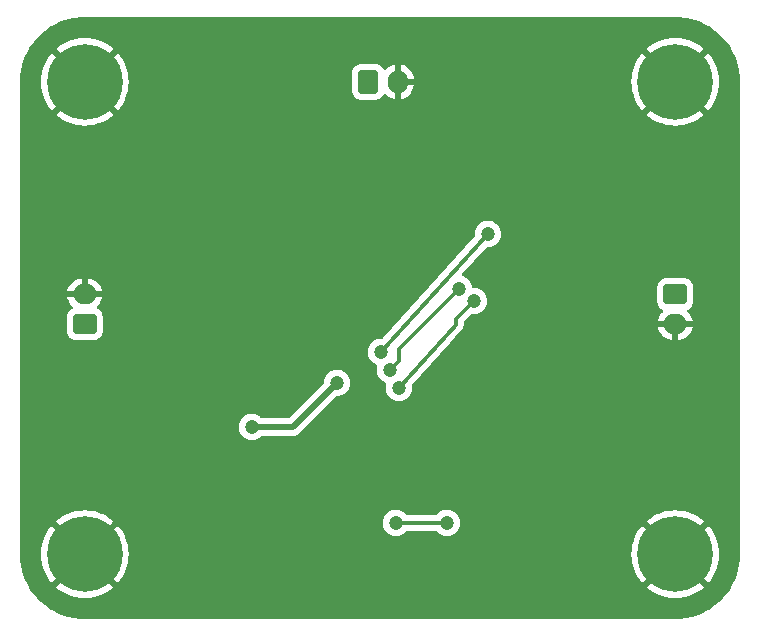
<source format=gbr>
%TF.GenerationSoftware,KiCad,Pcbnew,(6.0.11)*%
%TF.CreationDate,2023-02-16T17:01:17+01:00*%
%TF.ProjectId,uCKicad,75434b69-6361-4642-9e6b-696361645f70,rev?*%
%TF.SameCoordinates,Original*%
%TF.FileFunction,Copper,L2,Bot*%
%TF.FilePolarity,Positive*%
%FSLAX46Y46*%
G04 Gerber Fmt 4.6, Leading zero omitted, Abs format (unit mm)*
G04 Created by KiCad (PCBNEW (6.0.11)) date 2023-02-16 17:01:17*
%MOMM*%
%LPD*%
G01*
G04 APERTURE LIST*
G04 Aperture macros list*
%AMRoundRect*
0 Rectangle with rounded corners*
0 $1 Rounding radius*
0 $2 $3 $4 $5 $6 $7 $8 $9 X,Y pos of 4 corners*
0 Add a 4 corners polygon primitive as box body*
4,1,4,$2,$3,$4,$5,$6,$7,$8,$9,$2,$3,0*
0 Add four circle primitives for the rounded corners*
1,1,$1+$1,$2,$3*
1,1,$1+$1,$4,$5*
1,1,$1+$1,$6,$7*
1,1,$1+$1,$8,$9*
0 Add four rect primitives between the rounded corners*
20,1,$1+$1,$2,$3,$4,$5,0*
20,1,$1+$1,$4,$5,$6,$7,0*
20,1,$1+$1,$6,$7,$8,$9,0*
20,1,$1+$1,$8,$9,$2,$3,0*%
G04 Aperture macros list end*
%TA.AperFunction,ComponentPad*%
%ADD10C,6.400000*%
%TD*%
%TA.AperFunction,ComponentPad*%
%ADD11RoundRect,0.250000X-0.750000X0.600000X-0.750000X-0.600000X0.750000X-0.600000X0.750000X0.600000X0*%
%TD*%
%TA.AperFunction,ComponentPad*%
%ADD12O,2.000000X1.700000*%
%TD*%
%TA.AperFunction,ComponentPad*%
%ADD13RoundRect,0.250000X-0.600000X-0.750000X0.600000X-0.750000X0.600000X0.750000X-0.600000X0.750000X0*%
%TD*%
%TA.AperFunction,ComponentPad*%
%ADD14O,1.700000X2.000000*%
%TD*%
%TA.AperFunction,ComponentPad*%
%ADD15RoundRect,0.250000X0.750000X-0.600000X0.750000X0.600000X-0.750000X0.600000X-0.750000X-0.600000X0*%
%TD*%
%TA.AperFunction,ViaPad*%
%ADD16C,1.200000*%
%TD*%
%TA.AperFunction,Conductor*%
%ADD17C,0.300000*%
%TD*%
%TA.AperFunction,Conductor*%
%ADD18C,0.500000*%
%TD*%
G04 APERTURE END LIST*
D10*
%TO.P,H1,1,1*%
%TO.N,GND*%
X90000000Y-80000000D03*
%TD*%
D11*
%TO.P,J3,1,Pin_1*%
%TO.N,DAC_OUT*%
X140000000Y-98000000D03*
D12*
%TO.P,J3,2,Pin_2*%
%TO.N,GND*%
X140000000Y-100500000D03*
%TD*%
D10*
%TO.P,H4,1,1*%
%TO.N,GND*%
X140000000Y-80000000D03*
%TD*%
D13*
%TO.P,J4,1,Pin_1*%
%TO.N,+5V*%
X114000000Y-80000000D03*
D14*
%TO.P,J4,2,Pin_2*%
%TO.N,GND*%
X116500000Y-80000000D03*
%TD*%
D15*
%TO.P,J2,1,Pin_1*%
%TO.N,ADC_IN1*%
X90000000Y-100500000D03*
D12*
%TO.P,J2,2,Pin_2*%
%TO.N,GND*%
X90000000Y-98000000D03*
%TD*%
D10*
%TO.P,H2,1,1*%
%TO.N,GND*%
X90000000Y-120000000D03*
%TD*%
%TO.P,H3,1,1*%
%TO.N,GND*%
X140000000Y-120000000D03*
%TD*%
D16*
%TO.N,GND*%
X105410000Y-100584000D03*
X128270000Y-102108000D03*
%TO.N,ADC_IN1*%
X111353102Y-105479873D03*
X104140000Y-109220000D03*
%TO.N,USART2_RX*%
X115824000Y-104394000D03*
X121666000Y-97536000D03*
%TO.N,USART2_TX*%
X122936000Y-98552000D03*
X116586000Y-105918000D03*
%TO.N,NRST*%
X115062000Y-102870000D03*
X124128000Y-92886000D03*
%TO.N,DAC_OUT*%
X116332000Y-117348000D03*
X120650000Y-117348000D03*
%TD*%
D17*
%TO.N,USART2_RX*%
X121666000Y-97536000D02*
X116586000Y-102616000D01*
X116586000Y-102616000D02*
X116586000Y-103632000D01*
X116586000Y-103632000D02*
X115824000Y-104394000D01*
%TO.N,USART2_TX*%
X116586000Y-105918000D02*
X121412000Y-100584000D01*
X121412000Y-100584000D02*
X121412000Y-100076000D01*
X121412000Y-100076000D02*
X122936000Y-98552000D01*
%TO.N,NRST*%
X124128000Y-92886000D02*
X115062000Y-102870000D01*
D18*
%TO.N,ADC_IN1*%
X104140000Y-109220000D02*
X107612975Y-109220000D01*
X107612975Y-109220000D02*
X111353102Y-105479873D01*
D17*
%TO.N,DAC_OUT*%
X120650000Y-117348000D02*
X116332000Y-117348000D01*
%TD*%
%TA.AperFunction,Conductor*%
%TO.N,GND*%
G36*
X139970018Y-74510000D02*
G01*
X139984851Y-74512310D01*
X139984855Y-74512310D01*
X139993724Y-74513691D01*
X140014664Y-74510953D01*
X140036202Y-74509997D01*
X140224026Y-74517766D01*
X140448278Y-74527041D01*
X140458656Y-74527901D01*
X140734674Y-74562307D01*
X140898702Y-74582753D01*
X140908967Y-74584465D01*
X141072054Y-74618661D01*
X141342976Y-74675467D01*
X141353072Y-74678023D01*
X141778101Y-74804561D01*
X141787938Y-74807938D01*
X142201081Y-74969147D01*
X142210581Y-74973314D01*
X142608983Y-75168081D01*
X142618141Y-75173037D01*
X142999085Y-75400030D01*
X143007804Y-75405726D01*
X143368705Y-75663405D01*
X143376923Y-75669801D01*
X143715326Y-75956413D01*
X143722987Y-75963467D01*
X144036533Y-76277013D01*
X144043587Y-76284674D01*
X144330199Y-76623077D01*
X144336595Y-76631295D01*
X144594274Y-76992196D01*
X144599970Y-77000915D01*
X144826963Y-77381859D01*
X144831918Y-77391015D01*
X144921391Y-77574034D01*
X145026682Y-77789411D01*
X145030853Y-77798919D01*
X145192062Y-78212062D01*
X145195439Y-78221899D01*
X145321977Y-78646928D01*
X145324533Y-78657024D01*
X145391729Y-78977496D01*
X145415534Y-79091030D01*
X145417248Y-79101302D01*
X145472099Y-79541344D01*
X145472959Y-79551722D01*
X145489694Y-79956335D01*
X145488302Y-79980920D01*
X145486309Y-79993724D01*
X145487473Y-80002626D01*
X145487473Y-80002628D01*
X145490436Y-80025283D01*
X145491500Y-80041621D01*
X145491500Y-119950633D01*
X145490000Y-119970018D01*
X145487690Y-119984851D01*
X145487690Y-119984855D01*
X145486309Y-119993724D01*
X145489047Y-120014659D01*
X145490003Y-120036205D01*
X145472959Y-120448278D01*
X145472099Y-120458656D01*
X145417248Y-120898698D01*
X145415534Y-120908970D01*
X145324533Y-121342976D01*
X145321977Y-121353072D01*
X145195439Y-121778101D01*
X145192062Y-121787938D01*
X145030853Y-122201081D01*
X145026686Y-122210581D01*
X144918323Y-122432241D01*
X144831919Y-122608983D01*
X144826963Y-122618141D01*
X144599970Y-122999085D01*
X144594274Y-123007804D01*
X144336595Y-123368705D01*
X144330199Y-123376923D01*
X144043587Y-123715326D01*
X144036533Y-123722987D01*
X143722987Y-124036533D01*
X143715326Y-124043587D01*
X143376923Y-124330199D01*
X143368705Y-124336595D01*
X143007804Y-124594274D01*
X142999085Y-124599970D01*
X142618141Y-124826963D01*
X142608985Y-124831918D01*
X142210581Y-125026686D01*
X142201081Y-125030853D01*
X141787938Y-125192062D01*
X141778101Y-125195439D01*
X141353072Y-125321977D01*
X141342975Y-125324533D01*
X140908967Y-125415535D01*
X140898702Y-125417247D01*
X140734674Y-125437693D01*
X140458656Y-125472099D01*
X140448278Y-125472959D01*
X140270676Y-125480305D01*
X140043661Y-125489694D01*
X140019080Y-125488302D01*
X140006276Y-125486309D01*
X139997374Y-125487473D01*
X139997372Y-125487473D01*
X139982323Y-125489441D01*
X139974714Y-125490436D01*
X139958379Y-125491500D01*
X90049367Y-125491500D01*
X90029982Y-125490000D01*
X90015149Y-125487690D01*
X90015145Y-125487690D01*
X90006276Y-125486309D01*
X89985336Y-125489047D01*
X89963798Y-125490003D01*
X89775974Y-125482234D01*
X89551722Y-125472959D01*
X89541344Y-125472099D01*
X89265326Y-125437693D01*
X89101298Y-125417247D01*
X89091033Y-125415535D01*
X88657025Y-125324533D01*
X88646928Y-125321977D01*
X88221899Y-125195439D01*
X88212062Y-125192062D01*
X87798919Y-125030853D01*
X87789419Y-125026686D01*
X87391015Y-124831918D01*
X87381859Y-124826963D01*
X87000915Y-124599970D01*
X86992196Y-124594274D01*
X86631295Y-124336595D01*
X86623077Y-124330199D01*
X86284674Y-124043587D01*
X86277013Y-124036533D01*
X85963467Y-123722987D01*
X85956413Y-123715326D01*
X85669801Y-123376923D01*
X85663405Y-123368705D01*
X85405726Y-123007804D01*
X85400030Y-122999085D01*
X85279844Y-122797386D01*
X87567759Y-122797386D01*
X87575216Y-122807753D01*
X87814935Y-123001874D01*
X87820272Y-123005751D01*
X88140685Y-123213830D01*
X88146394Y-123217127D01*
X88486811Y-123390578D01*
X88492836Y-123393260D01*
X88849502Y-123530171D01*
X88855784Y-123532212D01*
X89224816Y-123631094D01*
X89231266Y-123632465D01*
X89608629Y-123692234D01*
X89615167Y-123692920D01*
X89996699Y-123712916D01*
X90003301Y-123712916D01*
X90384833Y-123692920D01*
X90391371Y-123692234D01*
X90768734Y-123632465D01*
X90775184Y-123631094D01*
X91144216Y-123532212D01*
X91150498Y-123530171D01*
X91507164Y-123393260D01*
X91513189Y-123390578D01*
X91853606Y-123217127D01*
X91859315Y-123213830D01*
X92179728Y-123005751D01*
X92185065Y-123001874D01*
X92423835Y-122808522D01*
X92431527Y-122797386D01*
X137567759Y-122797386D01*
X137575216Y-122807753D01*
X137814935Y-123001874D01*
X137820272Y-123005751D01*
X138140685Y-123213830D01*
X138146394Y-123217127D01*
X138486811Y-123390578D01*
X138492836Y-123393260D01*
X138849502Y-123530171D01*
X138855784Y-123532212D01*
X139224816Y-123631094D01*
X139231266Y-123632465D01*
X139608629Y-123692234D01*
X139615167Y-123692920D01*
X139996699Y-123712916D01*
X140003301Y-123712916D01*
X140384833Y-123692920D01*
X140391371Y-123692234D01*
X140768734Y-123632465D01*
X140775184Y-123631094D01*
X141144216Y-123532212D01*
X141150498Y-123530171D01*
X141507164Y-123393260D01*
X141513189Y-123390578D01*
X141853606Y-123217127D01*
X141859315Y-123213830D01*
X142179728Y-123005751D01*
X142185065Y-123001874D01*
X142423835Y-122808522D01*
X142432300Y-122796267D01*
X142425966Y-122785176D01*
X140012812Y-120372022D01*
X139998868Y-120364408D01*
X139997035Y-120364539D01*
X139990420Y-120368790D01*
X137574900Y-122784310D01*
X137567759Y-122797386D01*
X92431527Y-122797386D01*
X92432300Y-122796267D01*
X92425966Y-122785176D01*
X90012812Y-120372022D01*
X89998868Y-120364408D01*
X89997035Y-120364539D01*
X89990420Y-120368790D01*
X87574900Y-122784310D01*
X87567759Y-122797386D01*
X85279844Y-122797386D01*
X85173037Y-122618141D01*
X85168081Y-122608983D01*
X85081677Y-122432241D01*
X84973314Y-122210581D01*
X84969147Y-122201081D01*
X84807938Y-121787938D01*
X84804561Y-121778101D01*
X84678023Y-121353072D01*
X84675467Y-121342976D01*
X84584466Y-120908970D01*
X84582752Y-120898698D01*
X84527901Y-120458656D01*
X84527041Y-120448278D01*
X84510462Y-120047439D01*
X84512100Y-120021329D01*
X84512769Y-120017351D01*
X84512770Y-120017345D01*
X84513576Y-120012552D01*
X84513689Y-120003301D01*
X86287084Y-120003301D01*
X86307080Y-120384833D01*
X86307766Y-120391371D01*
X86367535Y-120768734D01*
X86368906Y-120775184D01*
X86467788Y-121144216D01*
X86469829Y-121150498D01*
X86606740Y-121507164D01*
X86609422Y-121513189D01*
X86782872Y-121853603D01*
X86786169Y-121859313D01*
X86994253Y-122179735D01*
X86998123Y-122185061D01*
X87191478Y-122423835D01*
X87203733Y-122432300D01*
X87214824Y-122425966D01*
X89627978Y-120012812D01*
X89634356Y-120001132D01*
X90364408Y-120001132D01*
X90364539Y-120002965D01*
X90368790Y-120009580D01*
X92784310Y-122425100D01*
X92797386Y-122432241D01*
X92807753Y-122424784D01*
X93001877Y-122185061D01*
X93005747Y-122179735D01*
X93213831Y-121859313D01*
X93217128Y-121853603D01*
X93390578Y-121513189D01*
X93393260Y-121507164D01*
X93530171Y-121150498D01*
X93532212Y-121144216D01*
X93631094Y-120775184D01*
X93632465Y-120768734D01*
X93692234Y-120391371D01*
X93692920Y-120384833D01*
X93712916Y-120003301D01*
X136287084Y-120003301D01*
X136307080Y-120384833D01*
X136307766Y-120391371D01*
X136367535Y-120768734D01*
X136368906Y-120775184D01*
X136467788Y-121144216D01*
X136469829Y-121150498D01*
X136606740Y-121507164D01*
X136609422Y-121513189D01*
X136782872Y-121853603D01*
X136786169Y-121859313D01*
X136994253Y-122179735D01*
X136998123Y-122185061D01*
X137191478Y-122423835D01*
X137203733Y-122432300D01*
X137214824Y-122425966D01*
X139627978Y-120012812D01*
X139634356Y-120001132D01*
X140364408Y-120001132D01*
X140364539Y-120002965D01*
X140368790Y-120009580D01*
X142784310Y-122425100D01*
X142797386Y-122432241D01*
X142807753Y-122424784D01*
X143001877Y-122185061D01*
X143005747Y-122179735D01*
X143213831Y-121859313D01*
X143217128Y-121853603D01*
X143390578Y-121513189D01*
X143393260Y-121507164D01*
X143530171Y-121150498D01*
X143532212Y-121144216D01*
X143631094Y-120775184D01*
X143632465Y-120768734D01*
X143692234Y-120391371D01*
X143692920Y-120384833D01*
X143712916Y-120003301D01*
X143712916Y-119996699D01*
X143692920Y-119615167D01*
X143692234Y-119608629D01*
X143632465Y-119231266D01*
X143631094Y-119224816D01*
X143532212Y-118855784D01*
X143530171Y-118849502D01*
X143393260Y-118492836D01*
X143390578Y-118486811D01*
X143217128Y-118146397D01*
X143213831Y-118140687D01*
X143005747Y-117820265D01*
X143001877Y-117814939D01*
X142808522Y-117576165D01*
X142796267Y-117567700D01*
X142785176Y-117574034D01*
X140372022Y-119987188D01*
X140364408Y-120001132D01*
X139634356Y-120001132D01*
X139635592Y-119998868D01*
X139635461Y-119997035D01*
X139631210Y-119990420D01*
X137215690Y-117574900D01*
X137202614Y-117567759D01*
X137192247Y-117575216D01*
X136998123Y-117814939D01*
X136994253Y-117820265D01*
X136786169Y-118140687D01*
X136782872Y-118146397D01*
X136609422Y-118486811D01*
X136606740Y-118492836D01*
X136469829Y-118849502D01*
X136467788Y-118855784D01*
X136368906Y-119224816D01*
X136367535Y-119231266D01*
X136307766Y-119608629D01*
X136307080Y-119615167D01*
X136287084Y-119996699D01*
X136287084Y-120003301D01*
X93712916Y-120003301D01*
X93712916Y-119996699D01*
X93692920Y-119615167D01*
X93692234Y-119608629D01*
X93632465Y-119231266D01*
X93631094Y-119224816D01*
X93532212Y-118855784D01*
X93530171Y-118849502D01*
X93393260Y-118492836D01*
X93390578Y-118486811D01*
X93217128Y-118146397D01*
X93213831Y-118140687D01*
X93005747Y-117820265D01*
X93001877Y-117814939D01*
X92808522Y-117576165D01*
X92796267Y-117567700D01*
X92785176Y-117574034D01*
X90372022Y-119987188D01*
X90364408Y-120001132D01*
X89634356Y-120001132D01*
X89635592Y-119998868D01*
X89635461Y-119997035D01*
X89631210Y-119990420D01*
X87215690Y-117574900D01*
X87202614Y-117567759D01*
X87192247Y-117575216D01*
X86998123Y-117814939D01*
X86994253Y-117820265D01*
X86786169Y-118140687D01*
X86782872Y-118146397D01*
X86609422Y-118486811D01*
X86606740Y-118492836D01*
X86469829Y-118849502D01*
X86467788Y-118855784D01*
X86368906Y-119224816D01*
X86367535Y-119231266D01*
X86307766Y-119608629D01*
X86307080Y-119615167D01*
X86287084Y-119996699D01*
X86287084Y-120003301D01*
X84513689Y-120003301D01*
X84513729Y-120000000D01*
X84509773Y-119972376D01*
X84508500Y-119954514D01*
X84508500Y-117203733D01*
X87567700Y-117203733D01*
X87574034Y-117214824D01*
X89987188Y-119627978D01*
X90001132Y-119635592D01*
X90002965Y-119635461D01*
X90009580Y-119631210D01*
X92321931Y-117318859D01*
X115219132Y-117318859D01*
X115232457Y-117522151D01*
X115282605Y-117719610D01*
X115367898Y-117904624D01*
X115485479Y-118070997D01*
X115631410Y-118213157D01*
X115636206Y-118216362D01*
X115636209Y-118216364D01*
X115704149Y-118261760D01*
X115800803Y-118326342D01*
X115806106Y-118328620D01*
X115806109Y-118328622D01*
X115895115Y-118366862D01*
X115987987Y-118406763D01*
X116060817Y-118423243D01*
X116181055Y-118450450D01*
X116181060Y-118450451D01*
X116186692Y-118451725D01*
X116192463Y-118451952D01*
X116192465Y-118451952D01*
X116255470Y-118454427D01*
X116390263Y-118459723D01*
X116591883Y-118430490D01*
X116597347Y-118428635D01*
X116597352Y-118428634D01*
X116779327Y-118366862D01*
X116779332Y-118366860D01*
X116784799Y-118365004D01*
X116962551Y-118265458D01*
X117119186Y-118135186D01*
X117188429Y-118051930D01*
X117247365Y-118012347D01*
X117285302Y-118006500D01*
X119692655Y-118006500D01*
X119760776Y-118026502D01*
X119795551Y-118059779D01*
X119803479Y-118070997D01*
X119949410Y-118213157D01*
X119954206Y-118216362D01*
X119954209Y-118216364D01*
X120022149Y-118261760D01*
X120118803Y-118326342D01*
X120124106Y-118328620D01*
X120124109Y-118328622D01*
X120213115Y-118366862D01*
X120305987Y-118406763D01*
X120378817Y-118423243D01*
X120499055Y-118450450D01*
X120499060Y-118450451D01*
X120504692Y-118451725D01*
X120510463Y-118451952D01*
X120510465Y-118451952D01*
X120573470Y-118454427D01*
X120708263Y-118459723D01*
X120909883Y-118430490D01*
X120915347Y-118428635D01*
X120915352Y-118428634D01*
X121097327Y-118366862D01*
X121097332Y-118366860D01*
X121102799Y-118365004D01*
X121280551Y-118265458D01*
X121437186Y-118135186D01*
X121567458Y-117978551D01*
X121667004Y-117800799D01*
X121668860Y-117795332D01*
X121668862Y-117795327D01*
X121730634Y-117613352D01*
X121730635Y-117613347D01*
X121732490Y-117607883D01*
X121761723Y-117406263D01*
X121763249Y-117348000D01*
X121749993Y-117203733D01*
X137567700Y-117203733D01*
X137574034Y-117214824D01*
X139987188Y-119627978D01*
X140001132Y-119635592D01*
X140002965Y-119635461D01*
X140009580Y-119631210D01*
X142425100Y-117215690D01*
X142432241Y-117202614D01*
X142424784Y-117192247D01*
X142185065Y-116998126D01*
X142179728Y-116994249D01*
X141859315Y-116786170D01*
X141853606Y-116782873D01*
X141513189Y-116609422D01*
X141507164Y-116606740D01*
X141150498Y-116469829D01*
X141144216Y-116467788D01*
X140775184Y-116368906D01*
X140768734Y-116367535D01*
X140391371Y-116307766D01*
X140384833Y-116307080D01*
X140003301Y-116287084D01*
X139996699Y-116287084D01*
X139615167Y-116307080D01*
X139608629Y-116307766D01*
X139231266Y-116367535D01*
X139224816Y-116368906D01*
X138855784Y-116467788D01*
X138849502Y-116469829D01*
X138492836Y-116606740D01*
X138486811Y-116609422D01*
X138146397Y-116782872D01*
X138140687Y-116786169D01*
X137820265Y-116994253D01*
X137814939Y-116998123D01*
X137576165Y-117191478D01*
X137567700Y-117203733D01*
X121749993Y-117203733D01*
X121744608Y-117145126D01*
X121689307Y-116949047D01*
X121678680Y-116927496D01*
X121601756Y-116771510D01*
X121599201Y-116766329D01*
X121580796Y-116741681D01*
X121480758Y-116607715D01*
X121480758Y-116607714D01*
X121477305Y-116603091D01*
X121387646Y-116520211D01*
X121331943Y-116468719D01*
X121331940Y-116468717D01*
X121327703Y-116464800D01*
X121281675Y-116435759D01*
X121160288Y-116359169D01*
X121160283Y-116359167D01*
X121155404Y-116356088D01*
X120966180Y-116280595D01*
X120766366Y-116240849D01*
X120760592Y-116240773D01*
X120760588Y-116240773D01*
X120657452Y-116239424D01*
X120562655Y-116238183D01*
X120556958Y-116239162D01*
X120556957Y-116239162D01*
X120367567Y-116271705D01*
X120361870Y-116272684D01*
X120170734Y-116343198D01*
X119995649Y-116447363D01*
X119842478Y-116581690D01*
X119821962Y-116607715D01*
X119795323Y-116641506D01*
X119737442Y-116682619D01*
X119696373Y-116689500D01*
X117286995Y-116689500D01*
X117218874Y-116669498D01*
X117186038Y-116638890D01*
X117173592Y-116622223D01*
X117159305Y-116603091D01*
X117069646Y-116520211D01*
X117013943Y-116468719D01*
X117013940Y-116468717D01*
X117009703Y-116464800D01*
X116963675Y-116435759D01*
X116842288Y-116359169D01*
X116842283Y-116359167D01*
X116837404Y-116356088D01*
X116648180Y-116280595D01*
X116448366Y-116240849D01*
X116442592Y-116240773D01*
X116442588Y-116240773D01*
X116339452Y-116239424D01*
X116244655Y-116238183D01*
X116238958Y-116239162D01*
X116238957Y-116239162D01*
X116049567Y-116271705D01*
X116043870Y-116272684D01*
X115852734Y-116343198D01*
X115677649Y-116447363D01*
X115524478Y-116581690D01*
X115520911Y-116586215D01*
X115520906Y-116586220D01*
X115444912Y-116682619D01*
X115398351Y-116741681D01*
X115395662Y-116746792D01*
X115395660Y-116746795D01*
X115374944Y-116786170D01*
X115303492Y-116921978D01*
X115243078Y-117116543D01*
X115219132Y-117318859D01*
X92321931Y-117318859D01*
X92425100Y-117215690D01*
X92432241Y-117202614D01*
X92424784Y-117192247D01*
X92185065Y-116998126D01*
X92179728Y-116994249D01*
X91859315Y-116786170D01*
X91853606Y-116782873D01*
X91513189Y-116609422D01*
X91507164Y-116606740D01*
X91150498Y-116469829D01*
X91144216Y-116467788D01*
X90775184Y-116368906D01*
X90768734Y-116367535D01*
X90391371Y-116307766D01*
X90384833Y-116307080D01*
X90003301Y-116287084D01*
X89996699Y-116287084D01*
X89615167Y-116307080D01*
X89608629Y-116307766D01*
X89231266Y-116367535D01*
X89224816Y-116368906D01*
X88855784Y-116467788D01*
X88849502Y-116469829D01*
X88492836Y-116606740D01*
X88486811Y-116609422D01*
X88146397Y-116782872D01*
X88140687Y-116786169D01*
X87820265Y-116994253D01*
X87814939Y-116998123D01*
X87576165Y-117191478D01*
X87567700Y-117203733D01*
X84508500Y-117203733D01*
X84508500Y-109190859D01*
X103027132Y-109190859D01*
X103040457Y-109394151D01*
X103090605Y-109591610D01*
X103175898Y-109776624D01*
X103293479Y-109942997D01*
X103439410Y-110085157D01*
X103444206Y-110088362D01*
X103444209Y-110088364D01*
X103512149Y-110133760D01*
X103608803Y-110198342D01*
X103614106Y-110200620D01*
X103614109Y-110200622D01*
X103703115Y-110238862D01*
X103795987Y-110278763D01*
X103868817Y-110295243D01*
X103989055Y-110322450D01*
X103989060Y-110322451D01*
X103994692Y-110323725D01*
X104000463Y-110323952D01*
X104000465Y-110323952D01*
X104063470Y-110326427D01*
X104198263Y-110331723D01*
X104399883Y-110302490D01*
X104405347Y-110300635D01*
X104405352Y-110300634D01*
X104587327Y-110238862D01*
X104587332Y-110238860D01*
X104592799Y-110237004D01*
X104770551Y-110137458D01*
X104926657Y-110007626D01*
X104991821Y-109979445D01*
X105007226Y-109978500D01*
X107545905Y-109978500D01*
X107564855Y-109979933D01*
X107579090Y-109982099D01*
X107579094Y-109982099D01*
X107586324Y-109983199D01*
X107593616Y-109982606D01*
X107593619Y-109982606D01*
X107638993Y-109978915D01*
X107649208Y-109978500D01*
X107657268Y-109978500D01*
X107670558Y-109976951D01*
X107685482Y-109975211D01*
X107689857Y-109974778D01*
X107755314Y-109969454D01*
X107755317Y-109969453D01*
X107762612Y-109968860D01*
X107769576Y-109966604D01*
X107775535Y-109965413D01*
X107781390Y-109964029D01*
X107788656Y-109963182D01*
X107857302Y-109938265D01*
X107861430Y-109936848D01*
X107923911Y-109916607D01*
X107923913Y-109916606D01*
X107930874Y-109914351D01*
X107937129Y-109910555D01*
X107942603Y-109908049D01*
X107948033Y-109905330D01*
X107954912Y-109902833D01*
X108015951Y-109862814D01*
X108019655Y-109860477D01*
X108082082Y-109822595D01*
X108090459Y-109815197D01*
X108090483Y-109815224D01*
X108093475Y-109812571D01*
X108096708Y-109809868D01*
X108102827Y-109805856D01*
X108156103Y-109749617D01*
X108158481Y-109747175D01*
X111278767Y-106626889D01*
X111341079Y-106592863D01*
X111372806Y-106590081D01*
X111411365Y-106591596D01*
X111612985Y-106562363D01*
X111618449Y-106560508D01*
X111618454Y-106560507D01*
X111800429Y-106498735D01*
X111800434Y-106498733D01*
X111805901Y-106496877D01*
X111983653Y-106397331D01*
X112140288Y-106267059D01*
X112270560Y-106110424D01*
X112345694Y-105976263D01*
X112367282Y-105937715D01*
X112367283Y-105937713D01*
X112370106Y-105932672D01*
X112371962Y-105927205D01*
X112371964Y-105927200D01*
X112433736Y-105745225D01*
X112433737Y-105745220D01*
X112435592Y-105739756D01*
X112464825Y-105538136D01*
X112466351Y-105479873D01*
X112447710Y-105276999D01*
X112446142Y-105271439D01*
X112393977Y-105086479D01*
X112393976Y-105086477D01*
X112392409Y-105080920D01*
X112381782Y-105059369D01*
X112304858Y-104903383D01*
X112302303Y-104898202D01*
X112283898Y-104873554D01*
X112183860Y-104739588D01*
X112183860Y-104739587D01*
X112180407Y-104734964D01*
X112030805Y-104596673D01*
X111976458Y-104562383D01*
X111863390Y-104491042D01*
X111863385Y-104491040D01*
X111858506Y-104487961D01*
X111669282Y-104412468D01*
X111469468Y-104372722D01*
X111463694Y-104372646D01*
X111463690Y-104372646D01*
X111360554Y-104371297D01*
X111265757Y-104370056D01*
X111260060Y-104371035D01*
X111260059Y-104371035D01*
X111126410Y-104394000D01*
X111064972Y-104404557D01*
X110873836Y-104475071D01*
X110698751Y-104579236D01*
X110545580Y-104713563D01*
X110542013Y-104718088D01*
X110542008Y-104718093D01*
X110455433Y-104827913D01*
X110419453Y-104873554D01*
X110324594Y-105053851D01*
X110264180Y-105248416D01*
X110240234Y-105450732D01*
X110240764Y-105458824D01*
X110240523Y-105459904D01*
X110240461Y-105462269D01*
X110239997Y-105462257D01*
X110225265Y-105528106D01*
X110204130Y-105556164D01*
X107335699Y-108424595D01*
X107273387Y-108458621D01*
X107246604Y-108461500D01*
X105001917Y-108461500D01*
X104933796Y-108441498D01*
X104916388Y-108428024D01*
X104821948Y-108340724D01*
X104817703Y-108336800D01*
X104740179Y-108287886D01*
X104650288Y-108231169D01*
X104650283Y-108231167D01*
X104645404Y-108228088D01*
X104456180Y-108152595D01*
X104256366Y-108112849D01*
X104250592Y-108112773D01*
X104250588Y-108112773D01*
X104147452Y-108111424D01*
X104052655Y-108110183D01*
X104046958Y-108111162D01*
X104046957Y-108111162D01*
X103857567Y-108143705D01*
X103851870Y-108144684D01*
X103660734Y-108215198D01*
X103485649Y-108319363D01*
X103332478Y-108453690D01*
X103328911Y-108458215D01*
X103328906Y-108458220D01*
X103242331Y-108568040D01*
X103206351Y-108613681D01*
X103111492Y-108793978D01*
X103051078Y-108988543D01*
X103027132Y-109190859D01*
X84508500Y-109190859D01*
X84508500Y-102840859D01*
X113949132Y-102840859D01*
X113962457Y-103044151D01*
X114012605Y-103241610D01*
X114097898Y-103426624D01*
X114215479Y-103592997D01*
X114361410Y-103735157D01*
X114366206Y-103738362D01*
X114366209Y-103738364D01*
X114472440Y-103809345D01*
X114530803Y-103848342D01*
X114536106Y-103850620D01*
X114536109Y-103850622D01*
X114692875Y-103917974D01*
X114747568Y-103963242D01*
X114769105Y-104030894D01*
X114763469Y-104071106D01*
X114736793Y-104157016D01*
X114736790Y-104157028D01*
X114735078Y-104162543D01*
X114711132Y-104364859D01*
X114724457Y-104568151D01*
X114774605Y-104765610D01*
X114859898Y-104950624D01*
X114977479Y-105116997D01*
X115123410Y-105259157D01*
X115128206Y-105262362D01*
X115128209Y-105262364D01*
X115266264Y-105354609D01*
X115292803Y-105372342D01*
X115298106Y-105374620D01*
X115298109Y-105374622D01*
X115454875Y-105441974D01*
X115509568Y-105487242D01*
X115531105Y-105554894D01*
X115525469Y-105595106D01*
X115498793Y-105681016D01*
X115498790Y-105681028D01*
X115497078Y-105686543D01*
X115473132Y-105888859D01*
X115486457Y-106092151D01*
X115536605Y-106289610D01*
X115621898Y-106474624D01*
X115739479Y-106640997D01*
X115885410Y-106783157D01*
X115890206Y-106786362D01*
X115890209Y-106786364D01*
X115958149Y-106831760D01*
X116054803Y-106896342D01*
X116060106Y-106898620D01*
X116060109Y-106898622D01*
X116149115Y-106936862D01*
X116241987Y-106976763D01*
X116314817Y-106993243D01*
X116435055Y-107020450D01*
X116435060Y-107020451D01*
X116440692Y-107021725D01*
X116446463Y-107021952D01*
X116446465Y-107021952D01*
X116509470Y-107024427D01*
X116644263Y-107029723D01*
X116845883Y-107000490D01*
X116851347Y-106998635D01*
X116851352Y-106998634D01*
X117033327Y-106936862D01*
X117033332Y-106936860D01*
X117038799Y-106935004D01*
X117216551Y-106835458D01*
X117373186Y-106705186D01*
X117503458Y-106548551D01*
X117603004Y-106370799D01*
X117604860Y-106365332D01*
X117604862Y-106365327D01*
X117666634Y-106183352D01*
X117666635Y-106183347D01*
X117668490Y-106177883D01*
X117697723Y-105976263D01*
X117699249Y-105918000D01*
X117683544Y-105747076D01*
X117697229Y-105677411D01*
X117715582Y-105651012D01*
X120928507Y-102099885D01*
X121895419Y-101031194D01*
X121896986Y-101029493D01*
X121943547Y-100979910D01*
X121948972Y-100974133D01*
X121968782Y-100938099D01*
X121975906Y-100926640D01*
X121994925Y-100899416D01*
X121994928Y-100899409D01*
X121999464Y-100892917D01*
X122002245Y-100885494D01*
X122008773Y-100868071D01*
X122016349Y-100851576D01*
X122025306Y-100835283D01*
X122025308Y-100835279D01*
X122029124Y-100828337D01*
X122039352Y-100788504D01*
X122043400Y-100775640D01*
X122046045Y-100768580D01*
X138518752Y-100768580D01*
X138543477Y-100886421D01*
X138546537Y-100896617D01*
X138627263Y-101101029D01*
X138631994Y-101110561D01*
X138746016Y-101298462D01*
X138752280Y-101307052D01*
X138896327Y-101473052D01*
X138903958Y-101480472D01*
X139073911Y-101619826D01*
X139082678Y-101625850D01*
X139273682Y-101734576D01*
X139283346Y-101739041D01*
X139489941Y-101814031D01*
X139500208Y-101816802D01*
X139717655Y-101856123D01*
X139725884Y-101857056D01*
X139730376Y-101857268D01*
X139743124Y-101853525D01*
X139744329Y-101852135D01*
X139746000Y-101844452D01*
X139746000Y-101835970D01*
X140254000Y-101835970D01*
X140258310Y-101850648D01*
X140270193Y-101852711D01*
X140374325Y-101843876D01*
X140384797Y-101842086D01*
X140597535Y-101786870D01*
X140607575Y-101783335D01*
X140807970Y-101693063D01*
X140817256Y-101687894D01*
X140999575Y-101565150D01*
X141007870Y-101558481D01*
X141166900Y-101406772D01*
X141173941Y-101398814D01*
X141305141Y-101222475D01*
X141310745Y-101213438D01*
X141410357Y-101017516D01*
X141414357Y-101007665D01*
X141479534Y-100797760D01*
X141481817Y-100787376D01*
X141483861Y-100771957D01*
X141481665Y-100757793D01*
X141468478Y-100754000D01*
X140272115Y-100754000D01*
X140256876Y-100758475D01*
X140255671Y-100759865D01*
X140254000Y-100767548D01*
X140254000Y-101835970D01*
X139746000Y-101835970D01*
X139746000Y-100772115D01*
X139741525Y-100756876D01*
X139740135Y-100755671D01*
X139732452Y-100754000D01*
X138533808Y-100754000D01*
X138520277Y-100757973D01*
X138518752Y-100768580D01*
X122046045Y-100768580D01*
X122057832Y-100737116D01*
X122060668Y-100710738D01*
X122063905Y-100692871D01*
X122068529Y-100674863D01*
X122070500Y-100667188D01*
X122070500Y-100626064D01*
X122071222Y-100612593D01*
X122074773Y-100579571D01*
X122074773Y-100579570D01*
X122075620Y-100571693D01*
X122071808Y-100545443D01*
X122070500Y-100527335D01*
X122070500Y-100400950D01*
X122090502Y-100332829D01*
X122107405Y-100311855D01*
X122725590Y-99693670D01*
X122787902Y-99659644D01*
X122819632Y-99656862D01*
X122994263Y-99663723D01*
X123195883Y-99634490D01*
X123201347Y-99632635D01*
X123201352Y-99632634D01*
X123383327Y-99570862D01*
X123383332Y-99570860D01*
X123388799Y-99569004D01*
X123396692Y-99564584D01*
X123552512Y-99477320D01*
X123566551Y-99469458D01*
X123723186Y-99339186D01*
X123853458Y-99182551D01*
X123953004Y-99004799D01*
X123954860Y-98999332D01*
X123954862Y-98999327D01*
X124016634Y-98817352D01*
X124016635Y-98817347D01*
X124018490Y-98811883D01*
X124041904Y-98650400D01*
X138491500Y-98650400D01*
X138491837Y-98653646D01*
X138491837Y-98653650D01*
X138498041Y-98713438D01*
X138502474Y-98756166D01*
X138558450Y-98923946D01*
X138651522Y-99074348D01*
X138776697Y-99199305D01*
X138782927Y-99203145D01*
X138782928Y-99203146D01*
X138795621Y-99210970D01*
X138922258Y-99289030D01*
X138922780Y-99289352D01*
X138970273Y-99342124D01*
X138981697Y-99412196D01*
X138953423Y-99477320D01*
X138943636Y-99487782D01*
X138833094Y-99593234D01*
X138826059Y-99601186D01*
X138694859Y-99777525D01*
X138689255Y-99786562D01*
X138589643Y-99982484D01*
X138585643Y-99992335D01*
X138520466Y-100202240D01*
X138518183Y-100212624D01*
X138516139Y-100228043D01*
X138518335Y-100242207D01*
X138531522Y-100246000D01*
X141466192Y-100246000D01*
X141479723Y-100242027D01*
X141481248Y-100231420D01*
X141456523Y-100113579D01*
X141453463Y-100103383D01*
X141372737Y-99898971D01*
X141368006Y-99889439D01*
X141253984Y-99701538D01*
X141247720Y-99692948D01*
X141103673Y-99526948D01*
X141096044Y-99519530D01*
X141064431Y-99493609D01*
X141024436Y-99434949D01*
X141022504Y-99363979D01*
X141059248Y-99303230D01*
X141078018Y-99289030D01*
X141208234Y-99208450D01*
X141224348Y-99198478D01*
X141349305Y-99073303D01*
X141380510Y-99022680D01*
X141438275Y-98928968D01*
X141438276Y-98928966D01*
X141442115Y-98922738D01*
X141497797Y-98754861D01*
X141508500Y-98650400D01*
X141508500Y-97349600D01*
X141508163Y-97346350D01*
X141498238Y-97250692D01*
X141498237Y-97250688D01*
X141497526Y-97243834D01*
X141441550Y-97076054D01*
X141348478Y-96925652D01*
X141223303Y-96800695D01*
X141215224Y-96795715D01*
X141078968Y-96711725D01*
X141078966Y-96711724D01*
X141072738Y-96707885D01*
X140940519Y-96664030D01*
X140911389Y-96654368D01*
X140911387Y-96654368D01*
X140904861Y-96652203D01*
X140898025Y-96651503D01*
X140898022Y-96651502D01*
X140854969Y-96647091D01*
X140800400Y-96641500D01*
X139199600Y-96641500D01*
X139196354Y-96641837D01*
X139196350Y-96641837D01*
X139100692Y-96651762D01*
X139100688Y-96651763D01*
X139093834Y-96652474D01*
X139087298Y-96654655D01*
X139087296Y-96654655D01*
X138955194Y-96698728D01*
X138926054Y-96708450D01*
X138775652Y-96801522D01*
X138650695Y-96926697D01*
X138646855Y-96932927D01*
X138646854Y-96932928D01*
X138641559Y-96941519D01*
X138557885Y-97077262D01*
X138502203Y-97245139D01*
X138491500Y-97349600D01*
X138491500Y-98650400D01*
X124041904Y-98650400D01*
X124047723Y-98610263D01*
X124049249Y-98552000D01*
X124030608Y-98349126D01*
X124016121Y-98297760D01*
X123976875Y-98158606D01*
X123976874Y-98158604D01*
X123975307Y-98153047D01*
X123885201Y-97970329D01*
X123763305Y-97807091D01*
X123673646Y-97724211D01*
X123617943Y-97672719D01*
X123617940Y-97672717D01*
X123613703Y-97668800D01*
X123510023Y-97603383D01*
X123446288Y-97563169D01*
X123446283Y-97563167D01*
X123441404Y-97560088D01*
X123252180Y-97484595D01*
X123052366Y-97444849D01*
X123046592Y-97444773D01*
X123046588Y-97444773D01*
X122883513Y-97442639D01*
X122815660Y-97421747D01*
X122769873Y-97367488D01*
X122761271Y-97339610D01*
X122761138Y-97338891D01*
X122760608Y-97333126D01*
X122705307Y-97137047D01*
X122687623Y-97101186D01*
X122617756Y-96959510D01*
X122615201Y-96954329D01*
X122598438Y-96931880D01*
X122496758Y-96795715D01*
X122496758Y-96795714D01*
X122493305Y-96791091D01*
X122379585Y-96685969D01*
X122347943Y-96656719D01*
X122347940Y-96656717D01*
X122343703Y-96652800D01*
X122297675Y-96623759D01*
X122176288Y-96547169D01*
X122176283Y-96547167D01*
X122171404Y-96544088D01*
X121990906Y-96472076D01*
X121935047Y-96428256D01*
X121911747Y-96361192D01*
X121928403Y-96292177D01*
X121944316Y-96270343D01*
X123974610Y-94034466D01*
X124035213Y-93997481D01*
X124072837Y-93993267D01*
X124091599Y-93994004D01*
X124186263Y-93997723D01*
X124387883Y-93968490D01*
X124393347Y-93966635D01*
X124393352Y-93966634D01*
X124575327Y-93904862D01*
X124575332Y-93904860D01*
X124580799Y-93903004D01*
X124758551Y-93803458D01*
X124915186Y-93673186D01*
X125045458Y-93516551D01*
X125145004Y-93338799D01*
X125146860Y-93333332D01*
X125146862Y-93333327D01*
X125208634Y-93151352D01*
X125208635Y-93151347D01*
X125210490Y-93145883D01*
X125239723Y-92944263D01*
X125241249Y-92886000D01*
X125222608Y-92683126D01*
X125167307Y-92487047D01*
X125156680Y-92465496D01*
X125079756Y-92309510D01*
X125077201Y-92304329D01*
X125058796Y-92279681D01*
X124958758Y-92145715D01*
X124958758Y-92145714D01*
X124955305Y-92141091D01*
X124805703Y-92002800D01*
X124759675Y-91973759D01*
X124638288Y-91897169D01*
X124638283Y-91897167D01*
X124633404Y-91894088D01*
X124444180Y-91818595D01*
X124244366Y-91778849D01*
X124238592Y-91778773D01*
X124238588Y-91778773D01*
X124135452Y-91777424D01*
X124040655Y-91776183D01*
X124034958Y-91777162D01*
X124034957Y-91777162D01*
X123845567Y-91809705D01*
X123839870Y-91810684D01*
X123648734Y-91881198D01*
X123473649Y-91985363D01*
X123320478Y-92119690D01*
X123316911Y-92124215D01*
X123316906Y-92124220D01*
X123230331Y-92234040D01*
X123194351Y-92279681D01*
X123099492Y-92459978D01*
X123039078Y-92654543D01*
X123015132Y-92856859D01*
X123015510Y-92862625D01*
X123028455Y-93060128D01*
X123012951Y-93129411D01*
X122996006Y-93153073D01*
X122229772Y-93996894D01*
X115232828Y-101702332D01*
X115216044Y-101720815D01*
X115155441Y-101757800D01*
X115121114Y-101762100D01*
X114974655Y-101760183D01*
X114968958Y-101761162D01*
X114968957Y-101761162D01*
X114779567Y-101793705D01*
X114773870Y-101794684D01*
X114582734Y-101865198D01*
X114407649Y-101969363D01*
X114254478Y-102103690D01*
X114250911Y-102108215D01*
X114250906Y-102108220D01*
X114164331Y-102218040D01*
X114128351Y-102263681D01*
X114033492Y-102443978D01*
X113973078Y-102638543D01*
X113949132Y-102840859D01*
X84508500Y-102840859D01*
X84508500Y-101150400D01*
X88491500Y-101150400D01*
X88491837Y-101153646D01*
X88491837Y-101153650D01*
X88498041Y-101213438D01*
X88502474Y-101256166D01*
X88558450Y-101423946D01*
X88651522Y-101574348D01*
X88776697Y-101699305D01*
X88782927Y-101703145D01*
X88782928Y-101703146D01*
X88920090Y-101787694D01*
X88927262Y-101792115D01*
X88993337Y-101814031D01*
X89088611Y-101845632D01*
X89088613Y-101845632D01*
X89095139Y-101847797D01*
X89101975Y-101848497D01*
X89101978Y-101848498D01*
X89145031Y-101852909D01*
X89199600Y-101858500D01*
X90800400Y-101858500D01*
X90803646Y-101858163D01*
X90803650Y-101858163D01*
X90899308Y-101848238D01*
X90899312Y-101848237D01*
X90906166Y-101847526D01*
X90912702Y-101845345D01*
X90912704Y-101845345D01*
X91044806Y-101801272D01*
X91073946Y-101791550D01*
X91224348Y-101698478D01*
X91349305Y-101573303D01*
X91354331Y-101565150D01*
X91438275Y-101428968D01*
X91438276Y-101428966D01*
X91442115Y-101422738D01*
X91497797Y-101254861D01*
X91508500Y-101150400D01*
X91508500Y-99849600D01*
X91508163Y-99846350D01*
X91498238Y-99750692D01*
X91498237Y-99750688D01*
X91497526Y-99743834D01*
X91487356Y-99713349D01*
X91443868Y-99583002D01*
X91441550Y-99576054D01*
X91348478Y-99425652D01*
X91223303Y-99300695D01*
X91204902Y-99289352D01*
X91166066Y-99265413D01*
X91077220Y-99210647D01*
X91029727Y-99157876D01*
X91018303Y-99087804D01*
X91046577Y-99022680D01*
X91056364Y-99012218D01*
X91166906Y-98906766D01*
X91173941Y-98898814D01*
X91305141Y-98722475D01*
X91310745Y-98713438D01*
X91410357Y-98517516D01*
X91414357Y-98507665D01*
X91479534Y-98297760D01*
X91481817Y-98287376D01*
X91483861Y-98271957D01*
X91481665Y-98257793D01*
X91468478Y-98254000D01*
X88533808Y-98254000D01*
X88520277Y-98257973D01*
X88518752Y-98268580D01*
X88543477Y-98386421D01*
X88546537Y-98396617D01*
X88627263Y-98601029D01*
X88631994Y-98610561D01*
X88746016Y-98798462D01*
X88752280Y-98807052D01*
X88896327Y-98973052D01*
X88903956Y-98980470D01*
X88935569Y-99006391D01*
X88975564Y-99065051D01*
X88977496Y-99136021D01*
X88940752Y-99196770D01*
X88921983Y-99210969D01*
X88775652Y-99301522D01*
X88650695Y-99426697D01*
X88646855Y-99432927D01*
X88646854Y-99432928D01*
X88568315Y-99560342D01*
X88557885Y-99577262D01*
X88536024Y-99643170D01*
X88521863Y-99685867D01*
X88502203Y-99745139D01*
X88491500Y-99849600D01*
X88491500Y-101150400D01*
X84508500Y-101150400D01*
X84508500Y-97728043D01*
X88516139Y-97728043D01*
X88518335Y-97742207D01*
X88531522Y-97746000D01*
X89727885Y-97746000D01*
X89743124Y-97741525D01*
X89744329Y-97740135D01*
X89746000Y-97732452D01*
X89746000Y-97727885D01*
X90254000Y-97727885D01*
X90258475Y-97743124D01*
X90259865Y-97744329D01*
X90267548Y-97746000D01*
X91466192Y-97746000D01*
X91479723Y-97742027D01*
X91481248Y-97731420D01*
X91456523Y-97613579D01*
X91453463Y-97603383D01*
X91372737Y-97398971D01*
X91368006Y-97389439D01*
X91253984Y-97201538D01*
X91247720Y-97192948D01*
X91103673Y-97026948D01*
X91096042Y-97019528D01*
X90926089Y-96880174D01*
X90917322Y-96874150D01*
X90726318Y-96765424D01*
X90716654Y-96760959D01*
X90510059Y-96685969D01*
X90499792Y-96683198D01*
X90282345Y-96643877D01*
X90274116Y-96642944D01*
X90269624Y-96642732D01*
X90256876Y-96646475D01*
X90255671Y-96647865D01*
X90254000Y-96655548D01*
X90254000Y-97727885D01*
X89746000Y-97727885D01*
X89746000Y-96664030D01*
X89741690Y-96649352D01*
X89729807Y-96647289D01*
X89625675Y-96656124D01*
X89615203Y-96657914D01*
X89402465Y-96713130D01*
X89392425Y-96716665D01*
X89192030Y-96806937D01*
X89182744Y-96812106D01*
X89000425Y-96934850D01*
X88992130Y-96941519D01*
X88833100Y-97093228D01*
X88826059Y-97101186D01*
X88694859Y-97277525D01*
X88689255Y-97286562D01*
X88589643Y-97482484D01*
X88585643Y-97492335D01*
X88520466Y-97702240D01*
X88518183Y-97712624D01*
X88516139Y-97728043D01*
X84508500Y-97728043D01*
X84508500Y-82797386D01*
X87567759Y-82797386D01*
X87575216Y-82807753D01*
X87814935Y-83001874D01*
X87820272Y-83005751D01*
X88140685Y-83213830D01*
X88146394Y-83217127D01*
X88486811Y-83390578D01*
X88492836Y-83393260D01*
X88849502Y-83530171D01*
X88855784Y-83532212D01*
X89224816Y-83631094D01*
X89231266Y-83632465D01*
X89608629Y-83692234D01*
X89615167Y-83692920D01*
X89996699Y-83712916D01*
X90003301Y-83712916D01*
X90384833Y-83692920D01*
X90391371Y-83692234D01*
X90768734Y-83632465D01*
X90775184Y-83631094D01*
X91144216Y-83532212D01*
X91150498Y-83530171D01*
X91507164Y-83393260D01*
X91513189Y-83390578D01*
X91853606Y-83217127D01*
X91859315Y-83213830D01*
X92179728Y-83005751D01*
X92185065Y-83001874D01*
X92423835Y-82808522D01*
X92431527Y-82797386D01*
X137567759Y-82797386D01*
X137575216Y-82807753D01*
X137814935Y-83001874D01*
X137820272Y-83005751D01*
X138140685Y-83213830D01*
X138146394Y-83217127D01*
X138486811Y-83390578D01*
X138492836Y-83393260D01*
X138849502Y-83530171D01*
X138855784Y-83532212D01*
X139224816Y-83631094D01*
X139231266Y-83632465D01*
X139608629Y-83692234D01*
X139615167Y-83692920D01*
X139996699Y-83712916D01*
X140003301Y-83712916D01*
X140384833Y-83692920D01*
X140391371Y-83692234D01*
X140768734Y-83632465D01*
X140775184Y-83631094D01*
X141144216Y-83532212D01*
X141150498Y-83530171D01*
X141507164Y-83393260D01*
X141513189Y-83390578D01*
X141853606Y-83217127D01*
X141859315Y-83213830D01*
X142179728Y-83005751D01*
X142185065Y-83001874D01*
X142423835Y-82808522D01*
X142432300Y-82796267D01*
X142425966Y-82785176D01*
X140012812Y-80372022D01*
X139998868Y-80364408D01*
X139997035Y-80364539D01*
X139990420Y-80368790D01*
X137574900Y-82784310D01*
X137567759Y-82797386D01*
X92431527Y-82797386D01*
X92432300Y-82796267D01*
X92425966Y-82785176D01*
X90012812Y-80372022D01*
X89998868Y-80364408D01*
X89997035Y-80364539D01*
X89990420Y-80368790D01*
X87574900Y-82784310D01*
X87567759Y-82797386D01*
X84508500Y-82797386D01*
X84508500Y-80053250D01*
X84510246Y-80032345D01*
X84512770Y-80017344D01*
X84512770Y-80017341D01*
X84513576Y-80012552D01*
X84513689Y-80003301D01*
X86287084Y-80003301D01*
X86307080Y-80384833D01*
X86307766Y-80391371D01*
X86367535Y-80768734D01*
X86368906Y-80775184D01*
X86467788Y-81144216D01*
X86469829Y-81150498D01*
X86606740Y-81507164D01*
X86609422Y-81513189D01*
X86782872Y-81853603D01*
X86786169Y-81859313D01*
X86994253Y-82179735D01*
X86998123Y-82185061D01*
X87191478Y-82423835D01*
X87203733Y-82432300D01*
X87214824Y-82425966D01*
X89627978Y-80012812D01*
X89634356Y-80001132D01*
X90364408Y-80001132D01*
X90364539Y-80002965D01*
X90368790Y-80009580D01*
X92784310Y-82425100D01*
X92797386Y-82432241D01*
X92807753Y-82424784D01*
X93001877Y-82185061D01*
X93005747Y-82179735D01*
X93213831Y-81859313D01*
X93217128Y-81853603D01*
X93390578Y-81513189D01*
X93393260Y-81507164D01*
X93530171Y-81150498D01*
X93532212Y-81144216D01*
X93624337Y-80800400D01*
X112641500Y-80800400D01*
X112652474Y-80906166D01*
X112708450Y-81073946D01*
X112801522Y-81224348D01*
X112926697Y-81349305D01*
X112932927Y-81353145D01*
X112932928Y-81353146D01*
X113070090Y-81437694D01*
X113077262Y-81442115D01*
X113120701Y-81456523D01*
X113238611Y-81495632D01*
X113238613Y-81495632D01*
X113245139Y-81497797D01*
X113251975Y-81498497D01*
X113251978Y-81498498D01*
X113295031Y-81502909D01*
X113349600Y-81508500D01*
X114650400Y-81508500D01*
X114653646Y-81508163D01*
X114653650Y-81508163D01*
X114749308Y-81498238D01*
X114749312Y-81498237D01*
X114756166Y-81497526D01*
X114762702Y-81495345D01*
X114762704Y-81495345D01*
X114894806Y-81451272D01*
X114923946Y-81441550D01*
X115074348Y-81348478D01*
X115199305Y-81223303D01*
X115289353Y-81077220D01*
X115342124Y-81029727D01*
X115412196Y-81018303D01*
X115477320Y-81046577D01*
X115487782Y-81056364D01*
X115593234Y-81166906D01*
X115601186Y-81173941D01*
X115777525Y-81305141D01*
X115786562Y-81310745D01*
X115982484Y-81410357D01*
X115992335Y-81414357D01*
X116202240Y-81479534D01*
X116212624Y-81481817D01*
X116228043Y-81483861D01*
X116242207Y-81481665D01*
X116246000Y-81468478D01*
X116246000Y-81466192D01*
X116754000Y-81466192D01*
X116757973Y-81479723D01*
X116768580Y-81481248D01*
X116886421Y-81456523D01*
X116896617Y-81453463D01*
X117101029Y-81372737D01*
X117110561Y-81368006D01*
X117298462Y-81253984D01*
X117307052Y-81247720D01*
X117473052Y-81103673D01*
X117480472Y-81096042D01*
X117619826Y-80926089D01*
X117625850Y-80917322D01*
X117734576Y-80726318D01*
X117739041Y-80716654D01*
X117814031Y-80510059D01*
X117816802Y-80499792D01*
X117856123Y-80282345D01*
X117857056Y-80274116D01*
X117857268Y-80269624D01*
X117853525Y-80256876D01*
X117852135Y-80255671D01*
X117844452Y-80254000D01*
X116772115Y-80254000D01*
X116756876Y-80258475D01*
X116755671Y-80259865D01*
X116754000Y-80267548D01*
X116754000Y-81466192D01*
X116246000Y-81466192D01*
X116246000Y-80003301D01*
X136287084Y-80003301D01*
X136307080Y-80384833D01*
X136307766Y-80391371D01*
X136367535Y-80768734D01*
X136368906Y-80775184D01*
X136467788Y-81144216D01*
X136469829Y-81150498D01*
X136606740Y-81507164D01*
X136609422Y-81513189D01*
X136782872Y-81853603D01*
X136786169Y-81859313D01*
X136994253Y-82179735D01*
X136998123Y-82185061D01*
X137191478Y-82423835D01*
X137203733Y-82432300D01*
X137214824Y-82425966D01*
X139627978Y-80012812D01*
X139634356Y-80001132D01*
X140364408Y-80001132D01*
X140364539Y-80002965D01*
X140368790Y-80009580D01*
X142784310Y-82425100D01*
X142797386Y-82432241D01*
X142807753Y-82424784D01*
X143001877Y-82185061D01*
X143005747Y-82179735D01*
X143213831Y-81859313D01*
X143217128Y-81853603D01*
X143390578Y-81513189D01*
X143393260Y-81507164D01*
X143530171Y-81150498D01*
X143532212Y-81144216D01*
X143631094Y-80775184D01*
X143632465Y-80768734D01*
X143692234Y-80391371D01*
X143692920Y-80384833D01*
X143712916Y-80003301D01*
X143712916Y-79996699D01*
X143692920Y-79615167D01*
X143692234Y-79608629D01*
X143632465Y-79231266D01*
X143631094Y-79224816D01*
X143532212Y-78855784D01*
X143530171Y-78849502D01*
X143393260Y-78492836D01*
X143390578Y-78486811D01*
X143217128Y-78146397D01*
X143213831Y-78140687D01*
X143005747Y-77820265D01*
X143001877Y-77814939D01*
X142808522Y-77576165D01*
X142796267Y-77567700D01*
X142785176Y-77574034D01*
X140372022Y-79987188D01*
X140364408Y-80001132D01*
X139634356Y-80001132D01*
X139635592Y-79998868D01*
X139635461Y-79997035D01*
X139631210Y-79990420D01*
X137215690Y-77574900D01*
X137202614Y-77567759D01*
X137192247Y-77575216D01*
X136998123Y-77814939D01*
X136994253Y-77820265D01*
X136786169Y-78140687D01*
X136782872Y-78146397D01*
X136609422Y-78486811D01*
X136606740Y-78492836D01*
X136469829Y-78849502D01*
X136467788Y-78855784D01*
X136368906Y-79224816D01*
X136367535Y-79231266D01*
X136307766Y-79608629D01*
X136307080Y-79615167D01*
X136287084Y-79996699D01*
X136287084Y-80003301D01*
X116246000Y-80003301D01*
X116246000Y-79727885D01*
X116754000Y-79727885D01*
X116758475Y-79743124D01*
X116759865Y-79744329D01*
X116767548Y-79746000D01*
X117835970Y-79746000D01*
X117850648Y-79741690D01*
X117852711Y-79729807D01*
X117843876Y-79625675D01*
X117842086Y-79615203D01*
X117786870Y-79402465D01*
X117783335Y-79392425D01*
X117693063Y-79192030D01*
X117687894Y-79182744D01*
X117565150Y-79000425D01*
X117558481Y-78992130D01*
X117406772Y-78833100D01*
X117398814Y-78826059D01*
X117222475Y-78694859D01*
X117213438Y-78689255D01*
X117017516Y-78589643D01*
X117007665Y-78585643D01*
X116797760Y-78520466D01*
X116787376Y-78518183D01*
X116771957Y-78516139D01*
X116757793Y-78518335D01*
X116754000Y-78531522D01*
X116754000Y-79727885D01*
X116246000Y-79727885D01*
X116246000Y-78533808D01*
X116242027Y-78520277D01*
X116231420Y-78518752D01*
X116113579Y-78543477D01*
X116103383Y-78546537D01*
X115898971Y-78627263D01*
X115889439Y-78631994D01*
X115701538Y-78746016D01*
X115692948Y-78752280D01*
X115526948Y-78896327D01*
X115519530Y-78903956D01*
X115493609Y-78935569D01*
X115434949Y-78975564D01*
X115363979Y-78977496D01*
X115303230Y-78940752D01*
X115289030Y-78921982D01*
X115202332Y-78781880D01*
X115198478Y-78775652D01*
X115073303Y-78650695D01*
X115042965Y-78631994D01*
X114928968Y-78561725D01*
X114928966Y-78561724D01*
X114922738Y-78557885D01*
X114803498Y-78518335D01*
X114761389Y-78504368D01*
X114761387Y-78504368D01*
X114754861Y-78502203D01*
X114748025Y-78501503D01*
X114748022Y-78501502D01*
X114704969Y-78497091D01*
X114650400Y-78491500D01*
X113349600Y-78491500D01*
X113346354Y-78491837D01*
X113346350Y-78491837D01*
X113250692Y-78501762D01*
X113250688Y-78501763D01*
X113243834Y-78502474D01*
X113237298Y-78504655D01*
X113237296Y-78504655D01*
X113105194Y-78548728D01*
X113076054Y-78558450D01*
X112925652Y-78651522D01*
X112800695Y-78776697D01*
X112796855Y-78782927D01*
X112796854Y-78782928D01*
X112726954Y-78896327D01*
X112707885Y-78927262D01*
X112652203Y-79095139D01*
X112641500Y-79199600D01*
X112641500Y-80800400D01*
X93624337Y-80800400D01*
X93631094Y-80775184D01*
X93632465Y-80768734D01*
X93692234Y-80391371D01*
X93692920Y-80384833D01*
X93712916Y-80003301D01*
X93712916Y-79996699D01*
X93692920Y-79615167D01*
X93692234Y-79608629D01*
X93632465Y-79231266D01*
X93631094Y-79224816D01*
X93532212Y-78855784D01*
X93530171Y-78849502D01*
X93393260Y-78492836D01*
X93390578Y-78486811D01*
X93217128Y-78146397D01*
X93213831Y-78140687D01*
X93005747Y-77820265D01*
X93001877Y-77814939D01*
X92808522Y-77576165D01*
X92796267Y-77567700D01*
X92785176Y-77574034D01*
X90372022Y-79987188D01*
X90364408Y-80001132D01*
X89634356Y-80001132D01*
X89635592Y-79998868D01*
X89635461Y-79997035D01*
X89631210Y-79990420D01*
X87215690Y-77574900D01*
X87202614Y-77567759D01*
X87192247Y-77575216D01*
X86998123Y-77814939D01*
X86994253Y-77820265D01*
X86786169Y-78140687D01*
X86782872Y-78146397D01*
X86609422Y-78486811D01*
X86606740Y-78492836D01*
X86469829Y-78849502D01*
X86467788Y-78855784D01*
X86368906Y-79224816D01*
X86367535Y-79231266D01*
X86307766Y-79608629D01*
X86307080Y-79615167D01*
X86287084Y-79996699D01*
X86287084Y-80003301D01*
X84513689Y-80003301D01*
X84513729Y-80000000D01*
X84513039Y-79995185D01*
X84513039Y-79995178D01*
X84511316Y-79983148D01*
X84510151Y-79960077D01*
X84527041Y-79551722D01*
X84527901Y-79541344D01*
X84582752Y-79101302D01*
X84584466Y-79091030D01*
X84608272Y-78977496D01*
X84675467Y-78657024D01*
X84678023Y-78646928D01*
X84804561Y-78221899D01*
X84807938Y-78212062D01*
X84969147Y-77798919D01*
X84973318Y-77789411D01*
X85078610Y-77574034D01*
X85168082Y-77391015D01*
X85173037Y-77381859D01*
X85279177Y-77203733D01*
X87567700Y-77203733D01*
X87574034Y-77214824D01*
X89987188Y-79627978D01*
X90001132Y-79635592D01*
X90002965Y-79635461D01*
X90009580Y-79631210D01*
X92425100Y-77215690D01*
X92431630Y-77203733D01*
X137567700Y-77203733D01*
X137574034Y-77214824D01*
X139987188Y-79627978D01*
X140001132Y-79635592D01*
X140002965Y-79635461D01*
X140009580Y-79631210D01*
X142425100Y-77215690D01*
X142432241Y-77202614D01*
X142424784Y-77192247D01*
X142185065Y-76998126D01*
X142179728Y-76994249D01*
X141859315Y-76786170D01*
X141853606Y-76782873D01*
X141513189Y-76609422D01*
X141507164Y-76606740D01*
X141150498Y-76469829D01*
X141144216Y-76467788D01*
X140775184Y-76368906D01*
X140768734Y-76367535D01*
X140391371Y-76307766D01*
X140384833Y-76307080D01*
X140003301Y-76287084D01*
X139996699Y-76287084D01*
X139615167Y-76307080D01*
X139608629Y-76307766D01*
X139231266Y-76367535D01*
X139224816Y-76368906D01*
X138855784Y-76467788D01*
X138849502Y-76469829D01*
X138492836Y-76606740D01*
X138486811Y-76609422D01*
X138146397Y-76782872D01*
X138140687Y-76786169D01*
X137820265Y-76994253D01*
X137814939Y-76998123D01*
X137576165Y-77191478D01*
X137567700Y-77203733D01*
X92431630Y-77203733D01*
X92432241Y-77202614D01*
X92424784Y-77192247D01*
X92185065Y-76998126D01*
X92179728Y-76994249D01*
X91859315Y-76786170D01*
X91853606Y-76782873D01*
X91513189Y-76609422D01*
X91507164Y-76606740D01*
X91150498Y-76469829D01*
X91144216Y-76467788D01*
X90775184Y-76368906D01*
X90768734Y-76367535D01*
X90391371Y-76307766D01*
X90384833Y-76307080D01*
X90003301Y-76287084D01*
X89996699Y-76287084D01*
X89615167Y-76307080D01*
X89608629Y-76307766D01*
X89231266Y-76367535D01*
X89224816Y-76368906D01*
X88855784Y-76467788D01*
X88849502Y-76469829D01*
X88492836Y-76606740D01*
X88486811Y-76609422D01*
X88146397Y-76782872D01*
X88140687Y-76786169D01*
X87820265Y-76994253D01*
X87814939Y-76998123D01*
X87576165Y-77191478D01*
X87567700Y-77203733D01*
X85279177Y-77203733D01*
X85400030Y-77000915D01*
X85405726Y-76992196D01*
X85663405Y-76631295D01*
X85669801Y-76623077D01*
X85956413Y-76284674D01*
X85963467Y-76277013D01*
X86277013Y-75963467D01*
X86284674Y-75956413D01*
X86623077Y-75669801D01*
X86631295Y-75663405D01*
X86992196Y-75405726D01*
X87000915Y-75400030D01*
X87381859Y-75173037D01*
X87391017Y-75168081D01*
X87789419Y-74973314D01*
X87798919Y-74969147D01*
X88212062Y-74807938D01*
X88221899Y-74804561D01*
X88646928Y-74678023D01*
X88657024Y-74675467D01*
X88927946Y-74618661D01*
X89091033Y-74584465D01*
X89101298Y-74582753D01*
X89265326Y-74562307D01*
X89541344Y-74527901D01*
X89551722Y-74527041D01*
X89729324Y-74519695D01*
X89956339Y-74510306D01*
X89980920Y-74511698D01*
X89993724Y-74513691D01*
X90002626Y-74512527D01*
X90002628Y-74512527D01*
X90019610Y-74510306D01*
X90025286Y-74509564D01*
X90041621Y-74508500D01*
X139950633Y-74508500D01*
X139970018Y-74510000D01*
G37*
%TD.AperFunction*%
%TD*%
M02*

</source>
